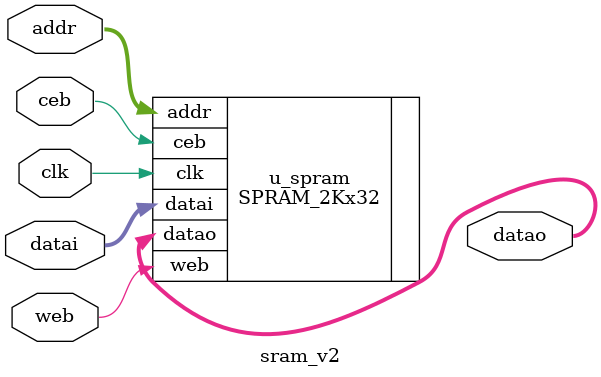
<source format=v>

module sram_v2(
    clk,
    ceb,
    web,
    datai,
    addr,
    datao
);

input clk;
input ceb;
input web;
input [31:0] datai;
input [10:0] addr;
output [31:0] datao;

SPRAM_2Kx32 #( .init_file ("src/emb_2160_1080_to_1440_720.dat") ) u_spram (
        .clk (clk),
        .ceb (ceb),
        .web (web),
        .datai (datai),
        .addr (addr),
        .datao (datao)
);

endmodule

// ============================================================
//                  sram Setting
//
// Warning: This part is read by Fuxi, please don't modify it.
// ============================================================
// Device          : H1D03N3W72C7
// Module          : sram_v2
// IP core         : sram
// IP Version      : 1

// Initial_File    : src/emb_2280_1080_to_1520_720.dat
// Simulation Files: 
// Synthesis Files : 
// Type            : 0

</source>
